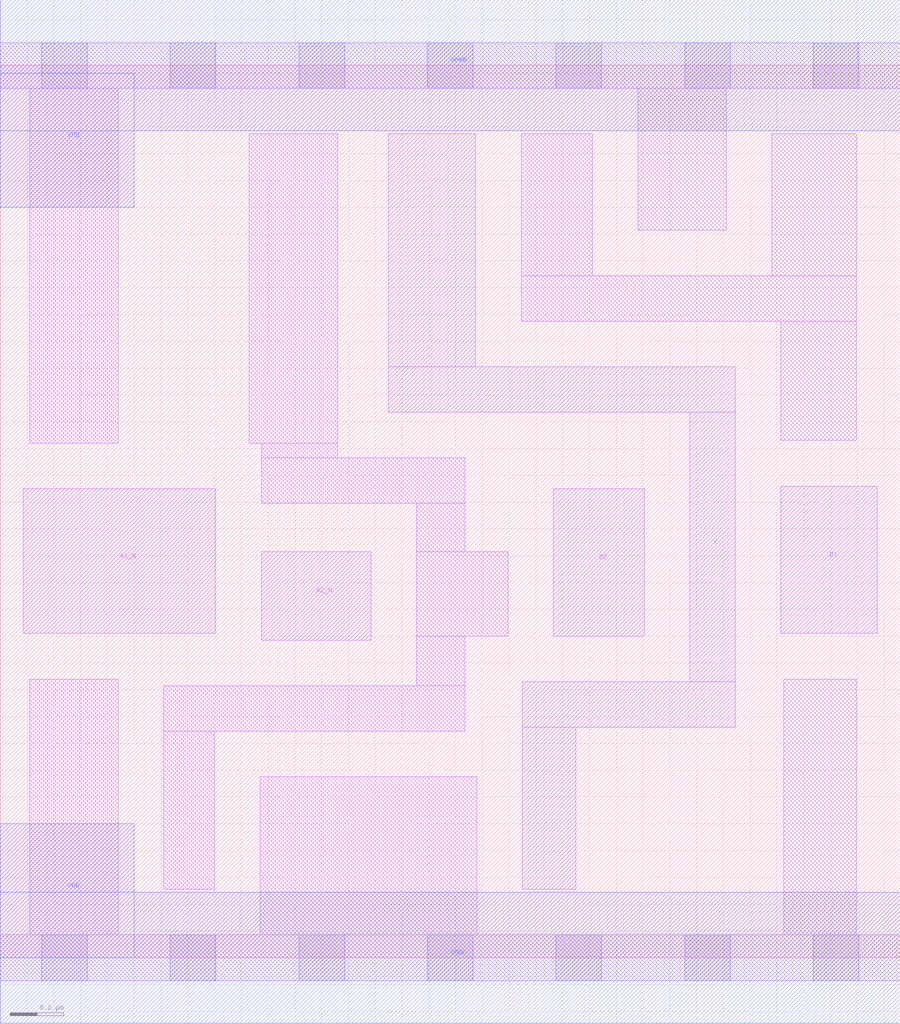
<source format=lef>
# Copyright 2020 The SkyWater PDK Authors
#
# Licensed under the Apache License, Version 2.0 (the "License");
# you may not use this file except in compliance with the License.
# You may obtain a copy of the License at
#
#     https://www.apache.org/licenses/LICENSE-2.0
#
# Unless required by applicable law or agreed to in writing, software
# distributed under the License is distributed on an "AS IS" BASIS,
# WITHOUT WARRANTIES OR CONDITIONS OF ANY KIND, either express or implied.
# See the License for the specific language governing permissions and
# limitations under the License.
#
# SPDX-License-Identifier: Apache-2.0

VERSION 5.5 ;
NAMESCASESENSITIVE ON ;
BUSBITCHARS "[]" ;
DIVIDERCHAR "/" ;
MACRO sky130_fd_sc_lp__a2bb2oi_1
  CLASS CORE ;
  SOURCE USER ;
  ORIGIN  0.000000  0.000000 ;
  SIZE  3.360000 BY  3.330000 ;
  SYMMETRY X Y R90 ;
  SITE unit ;
  PIN A1_N
    ANTENNAGATEAREA  0.315000 ;
    DIRECTION INPUT ;
    USE SIGNAL ;
    PORT
      LAYER li1 ;
        RECT 0.085000 1.210000 0.805000 1.750000 ;
    END
  END A1_N
  PIN A2_N
    ANTENNAGATEAREA  0.315000 ;
    DIRECTION INPUT ;
    USE SIGNAL ;
    PORT
      LAYER li1 ;
        RECT 0.975000 1.185000 1.385000 1.515000 ;
    END
  END A2_N
  PIN B1
    ANTENNAGATEAREA  0.315000 ;
    DIRECTION INPUT ;
    USE SIGNAL ;
    PORT
      LAYER li1 ;
        RECT 2.915000 1.210000 3.275000 1.760000 ;
    END
  END B1
  PIN B2
    ANTENNAGATEAREA  0.315000 ;
    DIRECTION INPUT ;
    USE SIGNAL ;
    PORT
      LAYER li1 ;
        RECT 2.065000 1.200000 2.405000 1.750000 ;
    END
  END B2
  PIN Y
    ANTENNADIFFAREA  0.569100 ;
    DIRECTION OUTPUT ;
    USE SIGNAL ;
    PORT
      LAYER li1 ;
        RECT 1.450000 2.035000 2.745000 2.205000 ;
        RECT 1.450000 2.205000 1.775000 3.075000 ;
        RECT 1.950000 0.255000 2.150000 0.860000 ;
        RECT 1.950000 0.860000 2.745000 1.030000 ;
        RECT 2.575000 1.030000 2.745000 2.035000 ;
    END
  END Y
  PIN VGND
    DIRECTION INOUT ;
    USE GROUND ;
    PORT
      LAYER met1 ;
        RECT 0.000000 -0.245000 3.360000 0.245000 ;
    END
  END VGND
  PIN VNB
    DIRECTION INOUT ;
    USE GROUND ;
    PORT
      LAYER met1 ;
        RECT 0.000000 0.000000 0.500000 0.500000 ;
    END
  END VNB
  PIN VPB
    DIRECTION INOUT ;
    USE POWER ;
    PORT
      LAYER met1 ;
        RECT 0.000000 2.800000 0.500000 3.300000 ;
    END
  END VPB
  PIN VPWR
    DIRECTION INOUT ;
    USE POWER ;
    PORT
      LAYER met1 ;
        RECT 0.000000 3.085000 3.360000 3.575000 ;
    END
  END VPWR
  OBS
    LAYER li1 ;
      RECT 0.000000 -0.085000 3.360000 0.085000 ;
      RECT 0.000000  3.245000 3.360000 3.415000 ;
      RECT 0.110000  0.085000 0.440000 1.040000 ;
      RECT 0.110000  1.920000 0.440000 3.245000 ;
      RECT 0.610000  0.255000 0.800000 0.845000 ;
      RECT 0.610000  0.845000 1.735000 1.015000 ;
      RECT 0.930000  1.920000 1.260000 3.075000 ;
      RECT 0.970000  0.085000 1.780000 0.675000 ;
      RECT 0.975000  1.695000 1.735000 1.865000 ;
      RECT 0.975000  1.865000 1.260000 1.920000 ;
      RECT 1.555000  1.015000 1.735000 1.200000 ;
      RECT 1.555000  1.200000 1.895000 1.515000 ;
      RECT 1.555000  1.515000 1.735000 1.695000 ;
      RECT 1.945000  2.375000 3.195000 2.545000 ;
      RECT 1.945000  2.545000 2.210000 3.075000 ;
      RECT 2.380000  2.715000 2.710000 3.245000 ;
      RECT 2.880000  2.545000 3.195000 3.075000 ;
      RECT 2.915000  1.930000 3.195000 2.375000 ;
      RECT 2.925000  0.085000 3.195000 1.040000 ;
    LAYER mcon ;
      RECT 0.155000 -0.085000 0.325000 0.085000 ;
      RECT 0.155000  3.245000 0.325000 3.415000 ;
      RECT 0.635000 -0.085000 0.805000 0.085000 ;
      RECT 0.635000  3.245000 0.805000 3.415000 ;
      RECT 1.115000 -0.085000 1.285000 0.085000 ;
      RECT 1.115000  3.245000 1.285000 3.415000 ;
      RECT 1.595000 -0.085000 1.765000 0.085000 ;
      RECT 1.595000  3.245000 1.765000 3.415000 ;
      RECT 2.075000 -0.085000 2.245000 0.085000 ;
      RECT 2.075000  3.245000 2.245000 3.415000 ;
      RECT 2.555000 -0.085000 2.725000 0.085000 ;
      RECT 2.555000  3.245000 2.725000 3.415000 ;
      RECT 3.035000 -0.085000 3.205000 0.085000 ;
      RECT 3.035000  3.245000 3.205000 3.415000 ;
  END
END sky130_fd_sc_lp__a2bb2oi_1
END LIBRARY

</source>
